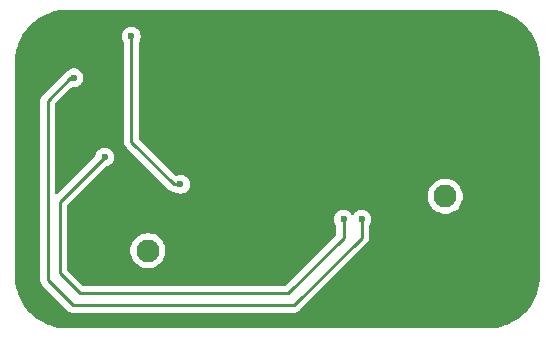
<source format=gbr>
%TF.GenerationSoftware,KiCad,Pcbnew,9.0.2-9.0.2-0~ubuntu22.04.1*%
%TF.CreationDate,2025-06-24T18:02:21-04:00*%
%TF.ProjectId,6-13-2025_BuckConverter,362d3133-2d32-4303-9235-5f4275636b43,rev?*%
%TF.SameCoordinates,Original*%
%TF.FileFunction,Copper,L2,Bot*%
%TF.FilePolarity,Positive*%
%FSLAX46Y46*%
G04 Gerber Fmt 4.6, Leading zero omitted, Abs format (unit mm)*
G04 Created by KiCad (PCBNEW 9.0.2-9.0.2-0~ubuntu22.04.1) date 2025-06-24 18:02:21*
%MOMM*%
%LPD*%
G01*
G04 APERTURE LIST*
%TA.AperFunction,ComponentPad*%
%ADD10C,1.950000*%
%TD*%
%TA.AperFunction,ViaPad*%
%ADD11C,0.600000*%
%TD*%
%TA.AperFunction,Conductor*%
%ADD12C,0.250000*%
%TD*%
G04 APERTURE END LIST*
D10*
%TO.P,J2,1,VIN*%
%TO.N,Net-(J2-VIN)*%
X137025000Y-66315000D03*
%TO.P,J2,2,GND*%
%TO.N,GND*%
X137025000Y-71315000D03*
%TD*%
%TO.P,J1,1,VIN*%
%TO.N,Net-(J1-VIN)*%
X111845000Y-70905000D03*
%TO.P,J1,2,GND*%
%TO.N,GND*%
X106845000Y-70905000D03*
%TD*%
D11*
%TO.N,Net-(J1-VIN)*%
X110445000Y-52775000D03*
X114600000Y-65300000D03*
%TO.N,GND*%
X120935000Y-63305000D03*
X119685000Y-63305000D03*
X120935000Y-65805000D03*
X119685000Y-68305000D03*
X113725000Y-54915000D03*
X122185000Y-63305000D03*
X124685000Y-68305000D03*
X120935000Y-64555000D03*
X124685000Y-63305000D03*
X122185000Y-68305000D03*
X124685000Y-67055000D03*
X120935000Y-68305000D03*
X119685000Y-64555000D03*
X112605000Y-54905000D03*
X124685000Y-64555000D03*
X124685000Y-65805000D03*
X123435000Y-68305000D03*
X122185000Y-67055000D03*
X123435000Y-67055000D03*
X120935000Y-67055000D03*
X119685000Y-67055000D03*
X123435000Y-63305000D03*
X123435000Y-64555000D03*
X123435000Y-65805000D03*
X122185000Y-65805000D03*
X122185000Y-64555000D03*
X119685000Y-65805000D03*
X111495000Y-54915000D03*
%TO.N,Net-(J2-VIN)*%
X128405000Y-68275000D03*
X105585000Y-56285000D03*
X129945000Y-68275000D03*
X108195000Y-62995000D03*
%TD*%
D12*
%TO.N,Net-(J1-VIN)*%
X114600000Y-65300000D02*
X114050000Y-65300000D01*
X114050000Y-65300000D02*
X110445000Y-61695000D01*
X110445000Y-61695000D02*
X110445000Y-52775000D01*
%TO.N,Net-(J2-VIN)*%
X129945000Y-68275000D02*
X129945000Y-69805000D01*
X129945000Y-69805000D02*
X124205000Y-75545000D01*
X124205000Y-75545000D02*
X105475000Y-75545000D01*
X105475000Y-75545000D02*
X103355000Y-73425000D01*
X103355000Y-58215000D02*
X105285000Y-56285000D01*
X103355000Y-73425000D02*
X103355000Y-58215000D01*
X105285000Y-56285000D02*
X105585000Y-56285000D01*
X128405000Y-68275000D02*
X128405000Y-69845000D01*
X128405000Y-69845000D02*
X123715000Y-74535000D01*
X123715000Y-74535000D02*
X106085000Y-74535000D01*
X106085000Y-74535000D02*
X104365000Y-72815000D01*
X104365000Y-72815000D02*
X104365000Y-66825000D01*
X104365000Y-66825000D02*
X108195000Y-62995000D01*
%TD*%
%TA.AperFunction,Conductor*%
%TO.N,GND*%
G36*
X140567702Y-50505617D02*
G01*
X140951771Y-50522386D01*
X140962506Y-50523326D01*
X141340971Y-50573152D01*
X141351597Y-50575025D01*
X141724284Y-50657648D01*
X141734710Y-50660442D01*
X142098765Y-50775227D01*
X142108911Y-50778920D01*
X142461578Y-50925000D01*
X142471369Y-50929566D01*
X142809942Y-51105816D01*
X142819310Y-51111224D01*
X143141244Y-51316318D01*
X143150105Y-51322523D01*
X143452930Y-51554889D01*
X143461217Y-51561843D01*
X143742635Y-51819715D01*
X143750284Y-51827364D01*
X144008156Y-52108782D01*
X144015110Y-52117069D01*
X144247476Y-52419894D01*
X144253681Y-52428755D01*
X144458775Y-52750689D01*
X144464183Y-52760057D01*
X144640430Y-53098623D01*
X144645002Y-53108427D01*
X144791075Y-53461078D01*
X144794775Y-53471244D01*
X144909554Y-53835278D01*
X144912354Y-53845727D01*
X144994971Y-54218389D01*
X144996849Y-54229042D01*
X145046671Y-54607473D01*
X145047614Y-54618249D01*
X145064382Y-55002297D01*
X145064500Y-55007706D01*
X145064500Y-73002293D01*
X145064382Y-73007702D01*
X145047614Y-73391750D01*
X145046671Y-73402526D01*
X144996849Y-73780957D01*
X144994971Y-73791610D01*
X144912354Y-74164272D01*
X144909554Y-74174721D01*
X144794775Y-74538755D01*
X144791075Y-74548921D01*
X144645002Y-74901572D01*
X144640430Y-74911376D01*
X144464183Y-75249942D01*
X144458775Y-75259310D01*
X144253681Y-75581244D01*
X144247476Y-75590105D01*
X144015110Y-75892930D01*
X144008156Y-75901217D01*
X143750284Y-76182635D01*
X143742635Y-76190284D01*
X143461217Y-76448156D01*
X143452930Y-76455110D01*
X143150105Y-76687476D01*
X143141244Y-76693681D01*
X142819310Y-76898775D01*
X142809942Y-76904183D01*
X142471376Y-77080430D01*
X142461572Y-77085002D01*
X142108921Y-77231075D01*
X142098755Y-77234775D01*
X141734721Y-77349554D01*
X141724272Y-77352354D01*
X141351610Y-77434971D01*
X141340957Y-77436849D01*
X140962526Y-77486671D01*
X140951750Y-77487614D01*
X140567703Y-77504382D01*
X140562294Y-77504500D01*
X105067706Y-77504500D01*
X105062297Y-77504382D01*
X104678249Y-77487614D01*
X104667473Y-77486671D01*
X104289042Y-77436849D01*
X104278389Y-77434971D01*
X103905727Y-77352354D01*
X103895278Y-77349554D01*
X103531244Y-77234775D01*
X103521078Y-77231075D01*
X103168427Y-77085002D01*
X103158623Y-77080430D01*
X102820057Y-76904183D01*
X102810689Y-76898775D01*
X102488755Y-76693681D01*
X102479894Y-76687476D01*
X102177069Y-76455110D01*
X102168782Y-76448156D01*
X101887364Y-76190284D01*
X101879715Y-76182635D01*
X101621843Y-75901217D01*
X101614889Y-75892930D01*
X101382523Y-75590105D01*
X101376318Y-75581244D01*
X101171224Y-75259310D01*
X101165816Y-75249942D01*
X100989569Y-74911376D01*
X100984997Y-74901572D01*
X100838924Y-74548921D01*
X100835224Y-74538755D01*
X100720442Y-74174710D01*
X100717648Y-74164284D01*
X100635025Y-73791597D01*
X100633152Y-73780971D01*
X100583326Y-73402506D01*
X100582386Y-73391771D01*
X100565618Y-73007702D01*
X100565500Y-73002293D01*
X100565500Y-58153394D01*
X102729500Y-58153394D01*
X102729500Y-58162080D01*
X102729500Y-73486611D01*
X102753535Y-73607444D01*
X102753540Y-73607461D01*
X102800685Y-73721280D01*
X102800687Y-73721283D01*
X102800688Y-73721286D01*
X102834915Y-73772509D01*
X102869142Y-73823733D01*
X102956267Y-73910858D01*
X102956270Y-73910860D01*
X102963554Y-73918144D01*
X104986016Y-75940606D01*
X104986045Y-75940637D01*
X105076264Y-76030856D01*
X105076267Y-76030858D01*
X105153190Y-76082256D01*
X105178715Y-76099312D01*
X105245397Y-76126932D01*
X105249185Y-76128501D01*
X105249193Y-76128505D01*
X105286427Y-76143927D01*
X105292548Y-76146463D01*
X105352971Y-76158481D01*
X105413393Y-76170500D01*
X124266607Y-76170500D01*
X124327029Y-76158481D01*
X124387452Y-76146463D01*
X124420792Y-76132652D01*
X124501286Y-76099312D01*
X124552509Y-76065084D01*
X124603733Y-76030858D01*
X124690858Y-75943733D01*
X124690859Y-75943731D01*
X124697925Y-75936665D01*
X124697928Y-75936661D01*
X130343729Y-70290860D01*
X130343733Y-70290858D01*
X130430858Y-70203733D01*
X130499311Y-70101286D01*
X130499312Y-70101285D01*
X130499313Y-70101282D01*
X130499315Y-70101279D01*
X130509672Y-70076272D01*
X130546463Y-69987451D01*
X130570500Y-69866607D01*
X130570500Y-69743393D01*
X130570500Y-68817350D01*
X130590185Y-68750311D01*
X130591398Y-68748459D01*
X130627504Y-68694422D01*
X130654394Y-68654179D01*
X130714737Y-68508497D01*
X130745500Y-68353842D01*
X130745500Y-68196158D01*
X130745500Y-68196155D01*
X130745499Y-68196153D01*
X130714738Y-68041510D01*
X130714737Y-68041503D01*
X130714735Y-68041498D01*
X130654397Y-67895827D01*
X130654390Y-67895814D01*
X130566789Y-67764711D01*
X130566786Y-67764707D01*
X130455292Y-67653213D01*
X130455288Y-67653210D01*
X130324185Y-67565609D01*
X130324172Y-67565602D01*
X130178501Y-67505264D01*
X130178489Y-67505261D01*
X130023845Y-67474500D01*
X130023842Y-67474500D01*
X129866158Y-67474500D01*
X129866155Y-67474500D01*
X129711510Y-67505261D01*
X129711498Y-67505264D01*
X129565827Y-67565602D01*
X129565814Y-67565609D01*
X129434711Y-67653210D01*
X129434707Y-67653213D01*
X129323213Y-67764707D01*
X129323210Y-67764711D01*
X129278102Y-67832220D01*
X129224489Y-67877025D01*
X129155164Y-67885732D01*
X129092137Y-67855577D01*
X129071898Y-67832220D01*
X129026789Y-67764711D01*
X129026786Y-67764707D01*
X128915292Y-67653213D01*
X128915288Y-67653210D01*
X128784185Y-67565609D01*
X128784172Y-67565602D01*
X128638501Y-67505264D01*
X128638489Y-67505261D01*
X128483845Y-67474500D01*
X128483842Y-67474500D01*
X128326158Y-67474500D01*
X128326155Y-67474500D01*
X128171510Y-67505261D01*
X128171498Y-67505264D01*
X128025827Y-67565602D01*
X128025814Y-67565609D01*
X127894711Y-67653210D01*
X127894707Y-67653213D01*
X127783213Y-67764707D01*
X127783210Y-67764711D01*
X127695609Y-67895814D01*
X127695602Y-67895827D01*
X127635264Y-68041498D01*
X127635261Y-68041510D01*
X127604500Y-68196153D01*
X127604500Y-68353846D01*
X127635261Y-68508489D01*
X127635264Y-68508501D01*
X127695602Y-68654172D01*
X127695609Y-68654184D01*
X127758602Y-68748459D01*
X127779480Y-68815136D01*
X127779500Y-68817350D01*
X127779500Y-69534547D01*
X127759815Y-69601586D01*
X127743181Y-69622228D01*
X123492229Y-73873181D01*
X123430906Y-73906666D01*
X123404548Y-73909500D01*
X106395453Y-73909500D01*
X106328414Y-73889815D01*
X106307772Y-73873181D01*
X105026819Y-72592228D01*
X104993334Y-72530905D01*
X104990500Y-72504547D01*
X104990500Y-70788870D01*
X110369500Y-70788870D01*
X110369500Y-71021129D01*
X110405831Y-71250514D01*
X110477601Y-71471400D01*
X110583039Y-71678331D01*
X110719551Y-71866224D01*
X110883776Y-72030449D01*
X111071669Y-72166961D01*
X111169436Y-72216776D01*
X111278599Y-72272398D01*
X111278601Y-72272398D01*
X111278604Y-72272400D01*
X111499486Y-72344169D01*
X111617668Y-72362886D01*
X111728871Y-72380500D01*
X111728876Y-72380500D01*
X111961129Y-72380500D01*
X112062502Y-72364443D01*
X112190514Y-72344169D01*
X112411396Y-72272400D01*
X112618331Y-72166961D01*
X112806224Y-72030449D01*
X112970449Y-71866224D01*
X113106961Y-71678331D01*
X113212400Y-71471396D01*
X113284169Y-71250514D01*
X113304443Y-71122502D01*
X113320500Y-71021129D01*
X113320500Y-70788870D01*
X113301232Y-70667222D01*
X113284169Y-70559486D01*
X113212400Y-70338604D01*
X113212398Y-70338601D01*
X113212398Y-70338599D01*
X113156776Y-70229436D01*
X113106961Y-70131669D01*
X112970449Y-69943776D01*
X112806224Y-69779551D01*
X112618331Y-69643039D01*
X112579452Y-69623229D01*
X112411400Y-69537601D01*
X112190514Y-69465831D01*
X111961129Y-69429500D01*
X111961124Y-69429500D01*
X111728876Y-69429500D01*
X111728871Y-69429500D01*
X111499485Y-69465831D01*
X111278599Y-69537601D01*
X111071668Y-69643039D01*
X110883773Y-69779553D01*
X110719553Y-69943773D01*
X110583039Y-70131668D01*
X110477601Y-70338599D01*
X110405831Y-70559485D01*
X110369500Y-70788870D01*
X104990500Y-70788870D01*
X104990500Y-67135451D01*
X105010185Y-67068412D01*
X105026814Y-67047775D01*
X105875719Y-66198870D01*
X135549500Y-66198870D01*
X135549500Y-66431129D01*
X135585831Y-66660514D01*
X135657601Y-66881400D01*
X135742372Y-67047770D01*
X135763039Y-67088331D01*
X135899551Y-67276224D01*
X136063776Y-67440449D01*
X136251669Y-67576961D01*
X136349436Y-67626776D01*
X136458599Y-67682398D01*
X136458601Y-67682398D01*
X136458604Y-67682400D01*
X136679486Y-67754169D01*
X136797668Y-67772886D01*
X136908871Y-67790500D01*
X136908876Y-67790500D01*
X137141129Y-67790500D01*
X137242502Y-67774443D01*
X137370514Y-67754169D01*
X137591396Y-67682400D01*
X137798331Y-67576961D01*
X137986224Y-67440449D01*
X138150449Y-67276224D01*
X138286961Y-67088331D01*
X138392400Y-66881396D01*
X138464169Y-66660514D01*
X138484443Y-66532502D01*
X138500500Y-66431129D01*
X138500500Y-66198870D01*
X138480047Y-66069737D01*
X138464169Y-65969486D01*
X138392400Y-65748604D01*
X138392398Y-65748601D01*
X138392398Y-65748599D01*
X138286960Y-65541668D01*
X138150449Y-65353776D01*
X137986224Y-65189551D01*
X137798331Y-65053039D01*
X137591400Y-64947601D01*
X137370514Y-64875831D01*
X137141129Y-64839500D01*
X137141124Y-64839500D01*
X136908876Y-64839500D01*
X136908871Y-64839500D01*
X136679485Y-64875831D01*
X136458599Y-64947601D01*
X136251668Y-65053039D01*
X136063773Y-65189553D01*
X135899553Y-65353773D01*
X135763039Y-65541668D01*
X135657601Y-65748599D01*
X135585831Y-65969485D01*
X135549500Y-66198870D01*
X105875719Y-66198870D01*
X108253797Y-63820791D01*
X108315118Y-63787308D01*
X108317128Y-63786889D01*
X108428497Y-63764737D01*
X108574179Y-63704394D01*
X108705289Y-63616789D01*
X108816789Y-63505289D01*
X108904394Y-63374179D01*
X108964737Y-63228497D01*
X108995500Y-63073842D01*
X108995500Y-62916158D01*
X108995500Y-62916155D01*
X108995499Y-62916153D01*
X108964738Y-62761510D01*
X108964738Y-62761508D01*
X108964737Y-62761503D01*
X108964735Y-62761498D01*
X108904397Y-62615827D01*
X108904390Y-62615814D01*
X108816789Y-62484711D01*
X108816786Y-62484707D01*
X108705292Y-62373213D01*
X108705288Y-62373210D01*
X108574185Y-62285609D01*
X108574172Y-62285602D01*
X108428501Y-62225264D01*
X108428489Y-62225261D01*
X108273845Y-62194500D01*
X108273842Y-62194500D01*
X108116158Y-62194500D01*
X108116155Y-62194500D01*
X107961510Y-62225261D01*
X107961498Y-62225264D01*
X107815827Y-62285602D01*
X107815814Y-62285609D01*
X107684711Y-62373210D01*
X107684707Y-62373213D01*
X107573213Y-62484707D01*
X107573210Y-62484711D01*
X107485609Y-62615814D01*
X107485602Y-62615827D01*
X107425264Y-62761498D01*
X107425261Y-62761508D01*
X107403141Y-62872714D01*
X107370756Y-62934625D01*
X107369205Y-62936203D01*
X104192181Y-66113228D01*
X104130858Y-66146713D01*
X104061166Y-66141729D01*
X104005233Y-66099857D01*
X103980816Y-66034393D01*
X103980500Y-66025547D01*
X103980500Y-58525451D01*
X104000185Y-58458412D01*
X104016814Y-58437775D01*
X105344965Y-57109623D01*
X105406286Y-57076140D01*
X105456837Y-57075689D01*
X105506157Y-57085500D01*
X105506158Y-57085500D01*
X105663844Y-57085500D01*
X105663845Y-57085499D01*
X105818497Y-57054737D01*
X105964179Y-56994394D01*
X106095289Y-56906789D01*
X106206789Y-56795289D01*
X106294394Y-56664179D01*
X106354737Y-56518497D01*
X106385500Y-56363842D01*
X106385500Y-56206158D01*
X106385500Y-56206155D01*
X106385499Y-56206153D01*
X106354738Y-56051510D01*
X106354737Y-56051503D01*
X106354735Y-56051498D01*
X106294397Y-55905827D01*
X106294390Y-55905814D01*
X106206789Y-55774711D01*
X106206786Y-55774707D01*
X106095292Y-55663213D01*
X106095288Y-55663210D01*
X105964185Y-55575609D01*
X105964172Y-55575602D01*
X105818501Y-55515264D01*
X105818489Y-55515261D01*
X105663845Y-55484500D01*
X105663842Y-55484500D01*
X105506158Y-55484500D01*
X105506155Y-55484500D01*
X105351510Y-55515261D01*
X105351498Y-55515264D01*
X105205827Y-55575602D01*
X105205814Y-55575609D01*
X105074714Y-55663208D01*
X105074709Y-55663212D01*
X105037768Y-55700153D01*
X104997546Y-55727030D01*
X104988715Y-55730688D01*
X104988711Y-55730690D01*
X104886271Y-55799138D01*
X104886269Y-55799139D01*
X104842706Y-55842703D01*
X104799142Y-55886267D01*
X102869144Y-57816264D01*
X102869138Y-57816272D01*
X102800692Y-57918705D01*
X102800684Y-57918719D01*
X102771042Y-57990284D01*
X102771040Y-57990289D01*
X102767347Y-57999207D01*
X102753537Y-58032548D01*
X102729500Y-58153394D01*
X100565500Y-58153394D01*
X100565500Y-55007706D01*
X100565618Y-55002297D01*
X100568377Y-54939108D01*
X100582386Y-54618226D01*
X100583326Y-54607495D01*
X100633152Y-54229025D01*
X100635025Y-54218405D01*
X100717649Y-53845709D01*
X100720440Y-53835295D01*
X100835230Y-53471227D01*
X100838917Y-53461095D01*
X100985003Y-53108412D01*
X100989561Y-53098638D01*
X101165822Y-52760045D01*
X101171217Y-52750700D01*
X101205967Y-52696153D01*
X109644500Y-52696153D01*
X109644500Y-52853846D01*
X109675261Y-53008489D01*
X109675264Y-53008501D01*
X109735602Y-53154172D01*
X109735609Y-53154184D01*
X109798602Y-53248459D01*
X109819480Y-53315136D01*
X109819500Y-53317350D01*
X109819500Y-61756611D01*
X109843535Y-61877444D01*
X109843540Y-61877461D01*
X109890685Y-61991280D01*
X109890687Y-61991283D01*
X109890688Y-61991286D01*
X109924915Y-62042509D01*
X109959142Y-62093733D01*
X110046267Y-62180858D01*
X110046270Y-62180860D01*
X110053554Y-62188144D01*
X113561016Y-65695606D01*
X113561045Y-65695637D01*
X113651264Y-65785856D01*
X113687829Y-65810288D01*
X113687831Y-65810289D01*
X113753715Y-65854312D01*
X113753717Y-65854313D01*
X113753716Y-65854313D01*
X113769720Y-65860941D01*
X113799704Y-65873361D01*
X113867548Y-65901463D01*
X113927971Y-65913481D01*
X113988393Y-65925500D01*
X113988394Y-65925500D01*
X114057650Y-65925500D01*
X114124689Y-65945185D01*
X114126541Y-65946398D01*
X114220821Y-66009394D01*
X114220823Y-66009395D01*
X114220827Y-66009397D01*
X114281174Y-66034393D01*
X114366503Y-66069737D01*
X114521153Y-66100499D01*
X114521156Y-66100500D01*
X114521158Y-66100500D01*
X114678844Y-66100500D01*
X114820176Y-66072387D01*
X114820176Y-66072386D01*
X114833497Y-66069737D01*
X114979179Y-66009394D01*
X115110289Y-65921789D01*
X115221789Y-65810289D01*
X115309394Y-65679179D01*
X115369737Y-65533497D01*
X115400500Y-65378842D01*
X115400500Y-65221158D01*
X115400500Y-65221155D01*
X115400499Y-65221153D01*
X115369738Y-65066510D01*
X115369737Y-65066503D01*
X115320487Y-64947601D01*
X115309397Y-64920827D01*
X115309390Y-64920814D01*
X115221789Y-64789711D01*
X115221786Y-64789707D01*
X115110292Y-64678213D01*
X115110288Y-64678210D01*
X114979185Y-64590609D01*
X114979172Y-64590602D01*
X114833501Y-64530264D01*
X114833489Y-64530261D01*
X114678845Y-64499500D01*
X114678842Y-64499500D01*
X114521158Y-64499500D01*
X114521155Y-64499500D01*
X114366511Y-64530260D01*
X114366501Y-64530263D01*
X114300458Y-64557618D01*
X114230988Y-64565085D01*
X114168510Y-64533809D01*
X114165327Y-64530737D01*
X111106819Y-61472229D01*
X111073334Y-61410906D01*
X111070500Y-61384548D01*
X111070500Y-53317350D01*
X111090185Y-53250311D01*
X111091398Y-53248459D01*
X111091809Y-53247843D01*
X111154394Y-53154179D01*
X111214737Y-53008497D01*
X111245500Y-52853842D01*
X111245500Y-52696158D01*
X111245500Y-52696155D01*
X111245499Y-52696153D01*
X111214737Y-52541503D01*
X111166146Y-52424193D01*
X111154397Y-52395827D01*
X111154390Y-52395814D01*
X111066789Y-52264711D01*
X111066786Y-52264707D01*
X110955292Y-52153213D01*
X110955288Y-52153210D01*
X110824185Y-52065609D01*
X110824172Y-52065602D01*
X110678501Y-52005264D01*
X110678489Y-52005261D01*
X110523845Y-51974500D01*
X110523842Y-51974500D01*
X110366158Y-51974500D01*
X110366155Y-51974500D01*
X110211510Y-52005261D01*
X110211498Y-52005264D01*
X110065827Y-52065602D01*
X110065814Y-52065609D01*
X109934711Y-52153210D01*
X109934707Y-52153213D01*
X109823213Y-52264707D01*
X109823210Y-52264711D01*
X109735609Y-52395814D01*
X109735602Y-52395827D01*
X109675264Y-52541498D01*
X109675261Y-52541510D01*
X109644500Y-52696153D01*
X101205967Y-52696153D01*
X101376325Y-52428744D01*
X101382515Y-52419905D01*
X101614896Y-52117060D01*
X101621834Y-52108791D01*
X101879726Y-51827352D01*
X101887352Y-51819726D01*
X102168791Y-51561834D01*
X102177060Y-51554896D01*
X102479905Y-51322515D01*
X102488744Y-51316325D01*
X102810700Y-51111217D01*
X102820045Y-51105822D01*
X103158638Y-50929561D01*
X103168412Y-50925003D01*
X103521095Y-50778917D01*
X103531227Y-50775230D01*
X103895295Y-50660440D01*
X103905709Y-50657649D01*
X104278405Y-50575025D01*
X104289025Y-50573152D01*
X104667495Y-50523326D01*
X104678226Y-50522386D01*
X105062297Y-50505617D01*
X105067706Y-50505500D01*
X105130892Y-50505500D01*
X140499108Y-50505500D01*
X140562294Y-50505500D01*
X140567702Y-50505617D01*
G37*
%TD.AperFunction*%
%TD*%
M02*

</source>
